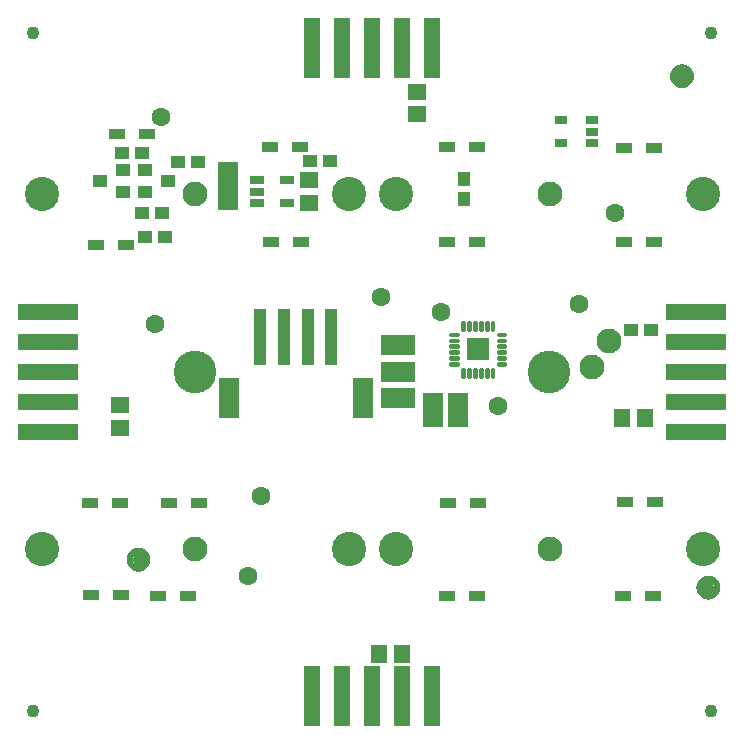
<source format=gbr>
G04 EAGLE Gerber RS-274X export*
G75*
%MOMM*%
%FSLAX34Y34*%
%LPD*%
%INSoldermask Top*%
%IPPOS*%
%AMOC8*
5,1,8,0,0,1.08239X$1,22.5*%
G01*
%ADD10C,2.901600*%
%ADD11C,2.101600*%
%ADD12C,1.101600*%
%ADD13C,3.617600*%
%ADD14R,5.181600X1.371600*%
%ADD15R,1.371600X5.181600*%
%ADD16R,1.341600X1.601600*%
%ADD17R,1.601600X1.341600*%
%ADD18C,0.500000*%
%ADD19C,0.240406*%
%ADD20R,1.879600X1.879600*%
%ADD21R,1.176600X1.101600*%
%ADD22R,1.651000X2.921000*%
%ADD23R,2.921000X1.651000*%
%ADD24R,1.451600X0.901600*%
%ADD25R,1.301600X0.651600*%
%ADD26R,1.101600X1.176600*%
%ADD27C,1.601600*%
%ADD28R,1.101600X4.701600*%
%ADD29R,1.801600X3.501600*%
%ADD30R,1.301600X1.101600*%
%ADD31R,1.091600X0.791600*%
%ADD32R,1.778000X4.165600*%


D10*
X-280000Y150000D03*
X-20000Y150000D03*
X20000Y150000D03*
X280000Y150000D03*
X-280000Y-150000D03*
X-20000Y-150000D03*
X20000Y-150000D03*
X280000Y-150000D03*
D11*
X-150000Y150000D03*
X150000Y150000D03*
X-150000Y-150000D03*
X150000Y-150000D03*
D12*
X-287000Y287000D03*
X287000Y287000D03*
X-287000Y-287000D03*
X287000Y-287000D03*
D13*
X149860Y0D03*
X-149860Y0D03*
D14*
X-274320Y-50800D03*
X-274320Y-25400D03*
X-274320Y0D03*
X-274320Y25400D03*
X-274320Y50800D03*
X274320Y-50800D03*
X274320Y-25400D03*
X274320Y0D03*
X274320Y25400D03*
X274320Y50800D03*
D15*
X50800Y-274320D03*
X25400Y-274320D03*
X0Y-274320D03*
X-25400Y-274320D03*
X-50800Y-274320D03*
X50800Y274320D03*
X25400Y274320D03*
X0Y274320D03*
X-25400Y274320D03*
X-50800Y274320D03*
D16*
X211480Y-39370D03*
X230480Y-39370D03*
D17*
X-213360Y-28600D03*
X-213360Y-47600D03*
D16*
X5740Y-238680D03*
X24740Y-238680D03*
D17*
X38100Y217830D03*
X38100Y236830D03*
D12*
X-197960Y-159230D03*
D18*
X-197960Y-151730D02*
X-198141Y-151732D01*
X-198322Y-151739D01*
X-198503Y-151750D01*
X-198684Y-151765D01*
X-198864Y-151785D01*
X-199044Y-151809D01*
X-199223Y-151837D01*
X-199401Y-151870D01*
X-199578Y-151907D01*
X-199755Y-151948D01*
X-199930Y-151993D01*
X-200105Y-152043D01*
X-200278Y-152097D01*
X-200449Y-152155D01*
X-200620Y-152217D01*
X-200788Y-152284D01*
X-200955Y-152354D01*
X-201121Y-152428D01*
X-201284Y-152507D01*
X-201445Y-152589D01*
X-201605Y-152675D01*
X-201762Y-152765D01*
X-201917Y-152859D01*
X-202070Y-152956D01*
X-202220Y-153058D01*
X-202368Y-153162D01*
X-202514Y-153271D01*
X-202656Y-153382D01*
X-202796Y-153498D01*
X-202933Y-153616D01*
X-203068Y-153738D01*
X-203199Y-153863D01*
X-203327Y-153991D01*
X-203452Y-154122D01*
X-203574Y-154257D01*
X-203692Y-154394D01*
X-203808Y-154534D01*
X-203919Y-154676D01*
X-204028Y-154822D01*
X-204132Y-154970D01*
X-204234Y-155120D01*
X-204331Y-155273D01*
X-204425Y-155428D01*
X-204515Y-155585D01*
X-204601Y-155745D01*
X-204683Y-155906D01*
X-204762Y-156069D01*
X-204836Y-156235D01*
X-204906Y-156402D01*
X-204973Y-156570D01*
X-205035Y-156741D01*
X-205093Y-156912D01*
X-205147Y-157085D01*
X-205197Y-157260D01*
X-205242Y-157435D01*
X-205283Y-157612D01*
X-205320Y-157789D01*
X-205353Y-157967D01*
X-205381Y-158146D01*
X-205405Y-158326D01*
X-205425Y-158506D01*
X-205440Y-158687D01*
X-205451Y-158868D01*
X-205458Y-159049D01*
X-205460Y-159230D01*
X-197960Y-151730D02*
X-197779Y-151732D01*
X-197598Y-151739D01*
X-197417Y-151750D01*
X-197236Y-151765D01*
X-197056Y-151785D01*
X-196876Y-151809D01*
X-196697Y-151837D01*
X-196519Y-151870D01*
X-196342Y-151907D01*
X-196165Y-151948D01*
X-195990Y-151993D01*
X-195815Y-152043D01*
X-195642Y-152097D01*
X-195471Y-152155D01*
X-195300Y-152217D01*
X-195132Y-152284D01*
X-194965Y-152354D01*
X-194799Y-152428D01*
X-194636Y-152507D01*
X-194475Y-152589D01*
X-194315Y-152675D01*
X-194158Y-152765D01*
X-194003Y-152859D01*
X-193850Y-152956D01*
X-193700Y-153058D01*
X-193552Y-153162D01*
X-193406Y-153271D01*
X-193264Y-153382D01*
X-193124Y-153498D01*
X-192987Y-153616D01*
X-192852Y-153738D01*
X-192721Y-153863D01*
X-192593Y-153991D01*
X-192468Y-154122D01*
X-192346Y-154257D01*
X-192228Y-154394D01*
X-192112Y-154534D01*
X-192001Y-154676D01*
X-191892Y-154822D01*
X-191788Y-154970D01*
X-191686Y-155120D01*
X-191589Y-155273D01*
X-191495Y-155428D01*
X-191405Y-155585D01*
X-191319Y-155745D01*
X-191237Y-155906D01*
X-191158Y-156069D01*
X-191084Y-156235D01*
X-191014Y-156402D01*
X-190947Y-156570D01*
X-190885Y-156741D01*
X-190827Y-156912D01*
X-190773Y-157085D01*
X-190723Y-157260D01*
X-190678Y-157435D01*
X-190637Y-157612D01*
X-190600Y-157789D01*
X-190567Y-157967D01*
X-190539Y-158146D01*
X-190515Y-158326D01*
X-190495Y-158506D01*
X-190480Y-158687D01*
X-190469Y-158868D01*
X-190462Y-159049D01*
X-190460Y-159230D01*
X-190462Y-159411D01*
X-190469Y-159592D01*
X-190480Y-159773D01*
X-190495Y-159954D01*
X-190515Y-160134D01*
X-190539Y-160314D01*
X-190567Y-160493D01*
X-190600Y-160671D01*
X-190637Y-160848D01*
X-190678Y-161025D01*
X-190723Y-161200D01*
X-190773Y-161375D01*
X-190827Y-161548D01*
X-190885Y-161719D01*
X-190947Y-161890D01*
X-191014Y-162058D01*
X-191084Y-162225D01*
X-191158Y-162391D01*
X-191237Y-162554D01*
X-191319Y-162715D01*
X-191405Y-162875D01*
X-191495Y-163032D01*
X-191589Y-163187D01*
X-191686Y-163340D01*
X-191788Y-163490D01*
X-191892Y-163638D01*
X-192001Y-163784D01*
X-192112Y-163926D01*
X-192228Y-164066D01*
X-192346Y-164203D01*
X-192468Y-164338D01*
X-192593Y-164469D01*
X-192721Y-164597D01*
X-192852Y-164722D01*
X-192987Y-164844D01*
X-193124Y-164962D01*
X-193264Y-165078D01*
X-193406Y-165189D01*
X-193552Y-165298D01*
X-193700Y-165402D01*
X-193850Y-165504D01*
X-194003Y-165601D01*
X-194158Y-165695D01*
X-194315Y-165785D01*
X-194475Y-165871D01*
X-194636Y-165953D01*
X-194799Y-166032D01*
X-194965Y-166106D01*
X-195132Y-166176D01*
X-195300Y-166243D01*
X-195471Y-166305D01*
X-195642Y-166363D01*
X-195815Y-166417D01*
X-195990Y-166467D01*
X-196165Y-166512D01*
X-196342Y-166553D01*
X-196519Y-166590D01*
X-196697Y-166623D01*
X-196876Y-166651D01*
X-197056Y-166675D01*
X-197236Y-166695D01*
X-197417Y-166710D01*
X-197598Y-166721D01*
X-197779Y-166728D01*
X-197960Y-166730D01*
X-198141Y-166728D01*
X-198322Y-166721D01*
X-198503Y-166710D01*
X-198684Y-166695D01*
X-198864Y-166675D01*
X-199044Y-166651D01*
X-199223Y-166623D01*
X-199401Y-166590D01*
X-199578Y-166553D01*
X-199755Y-166512D01*
X-199930Y-166467D01*
X-200105Y-166417D01*
X-200278Y-166363D01*
X-200449Y-166305D01*
X-200620Y-166243D01*
X-200788Y-166176D01*
X-200955Y-166106D01*
X-201121Y-166032D01*
X-201284Y-165953D01*
X-201445Y-165871D01*
X-201605Y-165785D01*
X-201762Y-165695D01*
X-201917Y-165601D01*
X-202070Y-165504D01*
X-202220Y-165402D01*
X-202368Y-165298D01*
X-202514Y-165189D01*
X-202656Y-165078D01*
X-202796Y-164962D01*
X-202933Y-164844D01*
X-203068Y-164722D01*
X-203199Y-164597D01*
X-203327Y-164469D01*
X-203452Y-164338D01*
X-203574Y-164203D01*
X-203692Y-164066D01*
X-203808Y-163926D01*
X-203919Y-163784D01*
X-204028Y-163638D01*
X-204132Y-163490D01*
X-204234Y-163340D01*
X-204331Y-163187D01*
X-204425Y-163032D01*
X-204515Y-162875D01*
X-204601Y-162715D01*
X-204683Y-162554D01*
X-204762Y-162391D01*
X-204836Y-162225D01*
X-204906Y-162058D01*
X-204973Y-161890D01*
X-205035Y-161719D01*
X-205093Y-161548D01*
X-205147Y-161375D01*
X-205197Y-161200D01*
X-205242Y-161025D01*
X-205283Y-160848D01*
X-205320Y-160671D01*
X-205353Y-160493D01*
X-205381Y-160314D01*
X-205405Y-160134D01*
X-205425Y-159954D01*
X-205440Y-159773D01*
X-205451Y-159592D01*
X-205458Y-159411D01*
X-205460Y-159230D01*
D12*
X284480Y-182880D03*
D18*
X284480Y-175380D02*
X284299Y-175382D01*
X284118Y-175389D01*
X283937Y-175400D01*
X283756Y-175415D01*
X283576Y-175435D01*
X283396Y-175459D01*
X283217Y-175487D01*
X283039Y-175520D01*
X282862Y-175557D01*
X282685Y-175598D01*
X282510Y-175643D01*
X282335Y-175693D01*
X282162Y-175747D01*
X281991Y-175805D01*
X281820Y-175867D01*
X281652Y-175934D01*
X281485Y-176004D01*
X281319Y-176078D01*
X281156Y-176157D01*
X280995Y-176239D01*
X280835Y-176325D01*
X280678Y-176415D01*
X280523Y-176509D01*
X280370Y-176606D01*
X280220Y-176708D01*
X280072Y-176812D01*
X279926Y-176921D01*
X279784Y-177032D01*
X279644Y-177148D01*
X279507Y-177266D01*
X279372Y-177388D01*
X279241Y-177513D01*
X279113Y-177641D01*
X278988Y-177772D01*
X278866Y-177907D01*
X278748Y-178044D01*
X278632Y-178184D01*
X278521Y-178326D01*
X278412Y-178472D01*
X278308Y-178620D01*
X278206Y-178770D01*
X278109Y-178923D01*
X278015Y-179078D01*
X277925Y-179235D01*
X277839Y-179395D01*
X277757Y-179556D01*
X277678Y-179719D01*
X277604Y-179885D01*
X277534Y-180052D01*
X277467Y-180220D01*
X277405Y-180391D01*
X277347Y-180562D01*
X277293Y-180735D01*
X277243Y-180910D01*
X277198Y-181085D01*
X277157Y-181262D01*
X277120Y-181439D01*
X277087Y-181617D01*
X277059Y-181796D01*
X277035Y-181976D01*
X277015Y-182156D01*
X277000Y-182337D01*
X276989Y-182518D01*
X276982Y-182699D01*
X276980Y-182880D01*
X284480Y-175380D02*
X284661Y-175382D01*
X284842Y-175389D01*
X285023Y-175400D01*
X285204Y-175415D01*
X285384Y-175435D01*
X285564Y-175459D01*
X285743Y-175487D01*
X285921Y-175520D01*
X286098Y-175557D01*
X286275Y-175598D01*
X286450Y-175643D01*
X286625Y-175693D01*
X286798Y-175747D01*
X286969Y-175805D01*
X287140Y-175867D01*
X287308Y-175934D01*
X287475Y-176004D01*
X287641Y-176078D01*
X287804Y-176157D01*
X287965Y-176239D01*
X288125Y-176325D01*
X288282Y-176415D01*
X288437Y-176509D01*
X288590Y-176606D01*
X288740Y-176708D01*
X288888Y-176812D01*
X289034Y-176921D01*
X289176Y-177032D01*
X289316Y-177148D01*
X289453Y-177266D01*
X289588Y-177388D01*
X289719Y-177513D01*
X289847Y-177641D01*
X289972Y-177772D01*
X290094Y-177907D01*
X290212Y-178044D01*
X290328Y-178184D01*
X290439Y-178326D01*
X290548Y-178472D01*
X290652Y-178620D01*
X290754Y-178770D01*
X290851Y-178923D01*
X290945Y-179078D01*
X291035Y-179235D01*
X291121Y-179395D01*
X291203Y-179556D01*
X291282Y-179719D01*
X291356Y-179885D01*
X291426Y-180052D01*
X291493Y-180220D01*
X291555Y-180391D01*
X291613Y-180562D01*
X291667Y-180735D01*
X291717Y-180910D01*
X291762Y-181085D01*
X291803Y-181262D01*
X291840Y-181439D01*
X291873Y-181617D01*
X291901Y-181796D01*
X291925Y-181976D01*
X291945Y-182156D01*
X291960Y-182337D01*
X291971Y-182518D01*
X291978Y-182699D01*
X291980Y-182880D01*
X291978Y-183061D01*
X291971Y-183242D01*
X291960Y-183423D01*
X291945Y-183604D01*
X291925Y-183784D01*
X291901Y-183964D01*
X291873Y-184143D01*
X291840Y-184321D01*
X291803Y-184498D01*
X291762Y-184675D01*
X291717Y-184850D01*
X291667Y-185025D01*
X291613Y-185198D01*
X291555Y-185369D01*
X291493Y-185540D01*
X291426Y-185708D01*
X291356Y-185875D01*
X291282Y-186041D01*
X291203Y-186204D01*
X291121Y-186365D01*
X291035Y-186525D01*
X290945Y-186682D01*
X290851Y-186837D01*
X290754Y-186990D01*
X290652Y-187140D01*
X290548Y-187288D01*
X290439Y-187434D01*
X290328Y-187576D01*
X290212Y-187716D01*
X290094Y-187853D01*
X289972Y-187988D01*
X289847Y-188119D01*
X289719Y-188247D01*
X289588Y-188372D01*
X289453Y-188494D01*
X289316Y-188612D01*
X289176Y-188728D01*
X289034Y-188839D01*
X288888Y-188948D01*
X288740Y-189052D01*
X288590Y-189154D01*
X288437Y-189251D01*
X288282Y-189345D01*
X288125Y-189435D01*
X287965Y-189521D01*
X287804Y-189603D01*
X287641Y-189682D01*
X287475Y-189756D01*
X287308Y-189826D01*
X287140Y-189893D01*
X286969Y-189955D01*
X286798Y-190013D01*
X286625Y-190067D01*
X286450Y-190117D01*
X286275Y-190162D01*
X286098Y-190203D01*
X285921Y-190240D01*
X285743Y-190273D01*
X285564Y-190301D01*
X285384Y-190325D01*
X285204Y-190345D01*
X285023Y-190360D01*
X284842Y-190371D01*
X284661Y-190378D01*
X284480Y-190380D01*
X284299Y-190378D01*
X284118Y-190371D01*
X283937Y-190360D01*
X283756Y-190345D01*
X283576Y-190325D01*
X283396Y-190301D01*
X283217Y-190273D01*
X283039Y-190240D01*
X282862Y-190203D01*
X282685Y-190162D01*
X282510Y-190117D01*
X282335Y-190067D01*
X282162Y-190013D01*
X281991Y-189955D01*
X281820Y-189893D01*
X281652Y-189826D01*
X281485Y-189756D01*
X281319Y-189682D01*
X281156Y-189603D01*
X280995Y-189521D01*
X280835Y-189435D01*
X280678Y-189345D01*
X280523Y-189251D01*
X280370Y-189154D01*
X280220Y-189052D01*
X280072Y-188948D01*
X279926Y-188839D01*
X279784Y-188728D01*
X279644Y-188612D01*
X279507Y-188494D01*
X279372Y-188372D01*
X279241Y-188247D01*
X279113Y-188119D01*
X278988Y-187988D01*
X278866Y-187853D01*
X278748Y-187716D01*
X278632Y-187576D01*
X278521Y-187434D01*
X278412Y-187288D01*
X278308Y-187140D01*
X278206Y-186990D01*
X278109Y-186837D01*
X278015Y-186682D01*
X277925Y-186525D01*
X277839Y-186365D01*
X277757Y-186204D01*
X277678Y-186041D01*
X277604Y-185875D01*
X277534Y-185708D01*
X277467Y-185540D01*
X277405Y-185369D01*
X277347Y-185198D01*
X277293Y-185025D01*
X277243Y-184850D01*
X277198Y-184675D01*
X277157Y-184498D01*
X277120Y-184321D01*
X277087Y-184143D01*
X277059Y-183964D01*
X277035Y-183784D01*
X277015Y-183604D01*
X277000Y-183423D01*
X276989Y-183242D01*
X276982Y-183061D01*
X276980Y-182880D01*
D12*
X262200Y250100D03*
D18*
X262200Y257600D02*
X262019Y257598D01*
X261838Y257591D01*
X261657Y257580D01*
X261476Y257565D01*
X261296Y257545D01*
X261116Y257521D01*
X260937Y257493D01*
X260759Y257460D01*
X260582Y257423D01*
X260405Y257382D01*
X260230Y257337D01*
X260055Y257287D01*
X259882Y257233D01*
X259711Y257175D01*
X259540Y257113D01*
X259372Y257046D01*
X259205Y256976D01*
X259039Y256902D01*
X258876Y256823D01*
X258715Y256741D01*
X258555Y256655D01*
X258398Y256565D01*
X258243Y256471D01*
X258090Y256374D01*
X257940Y256272D01*
X257792Y256168D01*
X257646Y256059D01*
X257504Y255948D01*
X257364Y255832D01*
X257227Y255714D01*
X257092Y255592D01*
X256961Y255467D01*
X256833Y255339D01*
X256708Y255208D01*
X256586Y255073D01*
X256468Y254936D01*
X256352Y254796D01*
X256241Y254654D01*
X256132Y254508D01*
X256028Y254360D01*
X255926Y254210D01*
X255829Y254057D01*
X255735Y253902D01*
X255645Y253745D01*
X255559Y253585D01*
X255477Y253424D01*
X255398Y253261D01*
X255324Y253095D01*
X255254Y252928D01*
X255187Y252760D01*
X255125Y252589D01*
X255067Y252418D01*
X255013Y252245D01*
X254963Y252070D01*
X254918Y251895D01*
X254877Y251718D01*
X254840Y251541D01*
X254807Y251363D01*
X254779Y251184D01*
X254755Y251004D01*
X254735Y250824D01*
X254720Y250643D01*
X254709Y250462D01*
X254702Y250281D01*
X254700Y250100D01*
X262200Y257600D02*
X262381Y257598D01*
X262562Y257591D01*
X262743Y257580D01*
X262924Y257565D01*
X263104Y257545D01*
X263284Y257521D01*
X263463Y257493D01*
X263641Y257460D01*
X263818Y257423D01*
X263995Y257382D01*
X264170Y257337D01*
X264345Y257287D01*
X264518Y257233D01*
X264689Y257175D01*
X264860Y257113D01*
X265028Y257046D01*
X265195Y256976D01*
X265361Y256902D01*
X265524Y256823D01*
X265685Y256741D01*
X265845Y256655D01*
X266002Y256565D01*
X266157Y256471D01*
X266310Y256374D01*
X266460Y256272D01*
X266608Y256168D01*
X266754Y256059D01*
X266896Y255948D01*
X267036Y255832D01*
X267173Y255714D01*
X267308Y255592D01*
X267439Y255467D01*
X267567Y255339D01*
X267692Y255208D01*
X267814Y255073D01*
X267932Y254936D01*
X268048Y254796D01*
X268159Y254654D01*
X268268Y254508D01*
X268372Y254360D01*
X268474Y254210D01*
X268571Y254057D01*
X268665Y253902D01*
X268755Y253745D01*
X268841Y253585D01*
X268923Y253424D01*
X269002Y253261D01*
X269076Y253095D01*
X269146Y252928D01*
X269213Y252760D01*
X269275Y252589D01*
X269333Y252418D01*
X269387Y252245D01*
X269437Y252070D01*
X269482Y251895D01*
X269523Y251718D01*
X269560Y251541D01*
X269593Y251363D01*
X269621Y251184D01*
X269645Y251004D01*
X269665Y250824D01*
X269680Y250643D01*
X269691Y250462D01*
X269698Y250281D01*
X269700Y250100D01*
X269698Y249919D01*
X269691Y249738D01*
X269680Y249557D01*
X269665Y249376D01*
X269645Y249196D01*
X269621Y249016D01*
X269593Y248837D01*
X269560Y248659D01*
X269523Y248482D01*
X269482Y248305D01*
X269437Y248130D01*
X269387Y247955D01*
X269333Y247782D01*
X269275Y247611D01*
X269213Y247440D01*
X269146Y247272D01*
X269076Y247105D01*
X269002Y246939D01*
X268923Y246776D01*
X268841Y246615D01*
X268755Y246455D01*
X268665Y246298D01*
X268571Y246143D01*
X268474Y245990D01*
X268372Y245840D01*
X268268Y245692D01*
X268159Y245546D01*
X268048Y245404D01*
X267932Y245264D01*
X267814Y245127D01*
X267692Y244992D01*
X267567Y244861D01*
X267439Y244733D01*
X267308Y244608D01*
X267173Y244486D01*
X267036Y244368D01*
X266896Y244252D01*
X266754Y244141D01*
X266608Y244032D01*
X266460Y243928D01*
X266310Y243826D01*
X266157Y243729D01*
X266002Y243635D01*
X265845Y243545D01*
X265685Y243459D01*
X265524Y243377D01*
X265361Y243298D01*
X265195Y243224D01*
X265028Y243154D01*
X264860Y243087D01*
X264689Y243025D01*
X264518Y242967D01*
X264345Y242913D01*
X264170Y242863D01*
X263995Y242818D01*
X263818Y242777D01*
X263641Y242740D01*
X263463Y242707D01*
X263284Y242679D01*
X263104Y242655D01*
X262924Y242635D01*
X262743Y242620D01*
X262562Y242609D01*
X262381Y242602D01*
X262200Y242600D01*
X262019Y242602D01*
X261838Y242609D01*
X261657Y242620D01*
X261476Y242635D01*
X261296Y242655D01*
X261116Y242679D01*
X260937Y242707D01*
X260759Y242740D01*
X260582Y242777D01*
X260405Y242818D01*
X260230Y242863D01*
X260055Y242913D01*
X259882Y242967D01*
X259711Y243025D01*
X259540Y243087D01*
X259372Y243154D01*
X259205Y243224D01*
X259039Y243298D01*
X258876Y243377D01*
X258715Y243459D01*
X258555Y243545D01*
X258398Y243635D01*
X258243Y243729D01*
X258090Y243826D01*
X257940Y243928D01*
X257792Y244032D01*
X257646Y244141D01*
X257504Y244252D01*
X257364Y244368D01*
X257227Y244486D01*
X257092Y244608D01*
X256961Y244733D01*
X256833Y244861D01*
X256708Y244992D01*
X256586Y245127D01*
X256468Y245264D01*
X256352Y245404D01*
X256241Y245546D01*
X256132Y245692D01*
X256028Y245840D01*
X255926Y245990D01*
X255829Y246143D01*
X255735Y246298D01*
X255645Y246455D01*
X255559Y246615D01*
X255477Y246776D01*
X255398Y246939D01*
X255324Y247105D01*
X255254Y247272D01*
X255187Y247440D01*
X255125Y247611D01*
X255067Y247782D01*
X255013Y247955D01*
X254963Y248130D01*
X254918Y248305D01*
X254877Y248482D01*
X254840Y248659D01*
X254807Y248837D01*
X254779Y249016D01*
X254755Y249196D01*
X254735Y249376D01*
X254720Y249557D01*
X254709Y249738D01*
X254702Y249919D01*
X254700Y250100D01*
D19*
X102576Y42276D02*
X102576Y35664D01*
X101164Y35664D01*
X101164Y42276D01*
X102576Y42276D01*
X102576Y37948D02*
X101164Y37948D01*
X101164Y40232D02*
X102576Y40232D01*
X97576Y42276D02*
X97576Y35664D01*
X96164Y35664D01*
X96164Y42276D01*
X97576Y42276D01*
X97576Y37948D02*
X96164Y37948D01*
X96164Y40232D02*
X97576Y40232D01*
X92576Y42276D02*
X92576Y35664D01*
X91164Y35664D01*
X91164Y42276D01*
X92576Y42276D01*
X92576Y37948D02*
X91164Y37948D01*
X91164Y40232D02*
X92576Y40232D01*
X87576Y42276D02*
X87576Y35664D01*
X86164Y35664D01*
X86164Y42276D01*
X87576Y42276D01*
X87576Y37948D02*
X86164Y37948D01*
X86164Y40232D02*
X87576Y40232D01*
X82576Y42276D02*
X82576Y35664D01*
X81164Y35664D01*
X81164Y42276D01*
X82576Y42276D01*
X82576Y37948D02*
X81164Y37948D01*
X81164Y40232D02*
X82576Y40232D01*
X77576Y42276D02*
X77576Y35664D01*
X76164Y35664D01*
X76164Y42276D01*
X77576Y42276D01*
X77576Y37948D02*
X76164Y37948D01*
X76164Y40232D02*
X77576Y40232D01*
X72676Y30764D02*
X66064Y30764D01*
X66064Y32176D01*
X72676Y32176D01*
X72676Y30764D01*
X72676Y25764D02*
X66064Y25764D01*
X66064Y27176D01*
X72676Y27176D01*
X72676Y25764D01*
X72676Y20764D02*
X66064Y20764D01*
X66064Y22176D01*
X72676Y22176D01*
X72676Y20764D01*
X72676Y15764D02*
X66064Y15764D01*
X66064Y17176D01*
X72676Y17176D01*
X72676Y15764D01*
X72676Y10764D02*
X66064Y10764D01*
X66064Y12176D01*
X72676Y12176D01*
X72676Y10764D01*
X72676Y5764D02*
X66064Y5764D01*
X66064Y7176D01*
X72676Y7176D01*
X72676Y5764D01*
X76164Y2276D02*
X76164Y-4336D01*
X76164Y2276D02*
X77576Y2276D01*
X77576Y-4336D01*
X76164Y-4336D01*
X76164Y-2052D02*
X77576Y-2052D01*
X77576Y232D02*
X76164Y232D01*
X81164Y2276D02*
X81164Y-4336D01*
X81164Y2276D02*
X82576Y2276D01*
X82576Y-4336D01*
X81164Y-4336D01*
X81164Y-2052D02*
X82576Y-2052D01*
X82576Y232D02*
X81164Y232D01*
X86164Y2276D02*
X86164Y-4336D01*
X86164Y2276D02*
X87576Y2276D01*
X87576Y-4336D01*
X86164Y-4336D01*
X86164Y-2052D02*
X87576Y-2052D01*
X87576Y232D02*
X86164Y232D01*
X91164Y2276D02*
X91164Y-4336D01*
X91164Y2276D02*
X92576Y2276D01*
X92576Y-4336D01*
X91164Y-4336D01*
X91164Y-2052D02*
X92576Y-2052D01*
X92576Y232D02*
X91164Y232D01*
X96164Y2276D02*
X96164Y-4336D01*
X96164Y2276D02*
X97576Y2276D01*
X97576Y-4336D01*
X96164Y-4336D01*
X96164Y-2052D02*
X97576Y-2052D01*
X97576Y232D02*
X96164Y232D01*
X101164Y2276D02*
X101164Y-4336D01*
X101164Y2276D02*
X102576Y2276D01*
X102576Y-4336D01*
X101164Y-4336D01*
X101164Y-2052D02*
X102576Y-2052D01*
X102576Y232D02*
X101164Y232D01*
X106064Y7176D02*
X112676Y7176D01*
X112676Y5764D01*
X106064Y5764D01*
X106064Y7176D01*
X106064Y12176D02*
X112676Y12176D01*
X112676Y10764D01*
X106064Y10764D01*
X106064Y12176D01*
X106064Y17176D02*
X112676Y17176D01*
X112676Y15764D01*
X106064Y15764D01*
X106064Y17176D01*
X106064Y22176D02*
X112676Y22176D01*
X112676Y20764D01*
X106064Y20764D01*
X106064Y22176D01*
X106064Y27176D02*
X112676Y27176D01*
X112676Y25764D01*
X106064Y25764D01*
X106064Y27176D01*
X106064Y32176D02*
X112676Y32176D01*
X112676Y30764D01*
X106064Y30764D01*
X106064Y32176D01*
D20*
X89370Y18970D03*
D11*
X186120Y3970D03*
X200090Y26350D03*
D21*
X219320Y35080D03*
X236320Y35080D03*
D22*
X72630Y-32540D03*
X51440Y-32540D03*
D23*
X22070Y-22630D03*
X22070Y-170D03*
D24*
X238180Y189660D03*
X212780Y189660D03*
X88320Y189800D03*
X62920Y189800D03*
X-87050Y189800D03*
X-61650Y189800D03*
X-216350Y201170D03*
X-190950Y201170D03*
X238650Y109920D03*
X213250Y109920D03*
X88490Y109920D03*
X63090Y109920D03*
X-86110Y109920D03*
X-60710Y109920D03*
X-233730Y107380D03*
X-208330Y107380D03*
X239250Y-110060D03*
X213850Y-110060D03*
X89390Y-111270D03*
X63990Y-111270D03*
X-146990Y-111140D03*
X-172390Y-111140D03*
X-239010Y-111410D03*
X-213610Y-111410D03*
X237230Y-189580D03*
X211830Y-189580D03*
X88640Y-189640D03*
X63240Y-189640D03*
X-156470Y-189930D03*
X-181870Y-189930D03*
X-238500Y-189500D03*
X-213100Y-189500D03*
D23*
X22070Y22290D03*
D21*
X-53010Y178750D03*
X-36010Y178750D03*
D17*
X-53980Y161960D03*
X-53980Y142960D03*
D25*
X-97931Y161960D03*
X-97931Y152460D03*
X-97931Y142960D03*
X-71929Y142960D03*
X-71929Y161960D03*
D26*
X77700Y146500D03*
X77700Y163500D03*
D27*
X106680Y-29210D03*
D28*
X-34770Y29380D03*
X-54770Y29380D03*
D29*
X-7770Y-22620D03*
X-121770Y-22620D03*
D28*
X-74770Y29380D03*
X-94770Y29380D03*
D21*
X-178190Y134620D03*
X-195190Y134620D03*
X-211700Y185420D03*
X-194700Y185420D03*
X-164710Y177800D03*
X-147710Y177800D03*
X-192650Y114300D03*
X-175650Y114300D03*
D30*
X-172880Y161290D03*
X-192880Y151790D03*
X-192880Y170790D03*
X-230980Y161290D03*
X-210980Y170790D03*
X-210980Y151790D03*
D31*
X185620Y193700D03*
X185620Y203200D03*
X185620Y212700D03*
X159720Y212700D03*
X159720Y193700D03*
D32*
X-121920Y157480D03*
D27*
X-179070Y215900D03*
X205740Y134620D03*
X-93980Y-105410D03*
X-105410Y-172720D03*
X175260Y57150D03*
X58420Y50800D03*
X7620Y63500D03*
X-184150Y40640D03*
M02*

</source>
